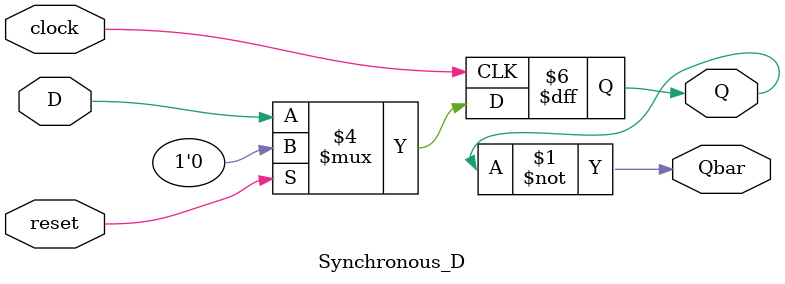
<source format=v>
`timescale 1ns / 1ps


module Synchronous_D(Q,Qbar,D,clock,reset);
    input D,clock,reset;
    output reg Q;
    output Qbar;
    assign Qbar = ~Q;
    always @(posedge clock)
    begin
    if(reset)
        Q<=0;
    else
        Q<=D;
    end
endmodule

</source>
